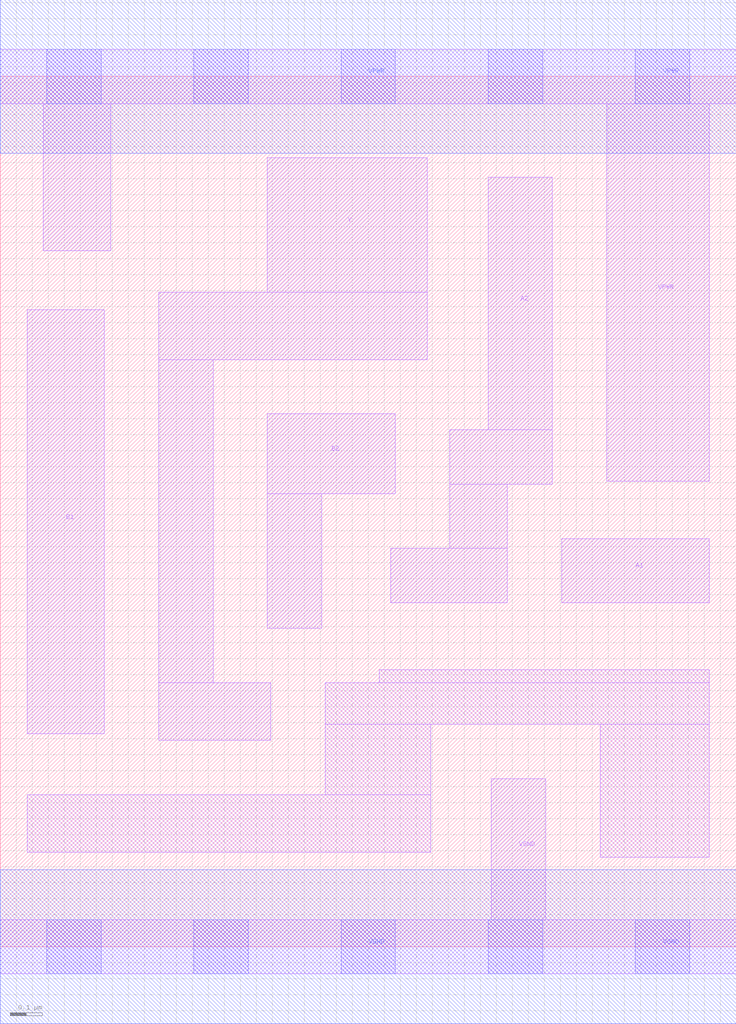
<source format=lef>
# Copyright 2020 The SkyWater PDK Authors
#
# Licensed under the Apache License, Version 2.0 (the "License");
# you may not use this file except in compliance with the License.
# You may obtain a copy of the License at
#
#     https://www.apache.org/licenses/LICENSE-2.0
#
# Unless required by applicable law or agreed to in writing, software
# distributed under the License is distributed on an "AS IS" BASIS,
# WITHOUT WARRANTIES OR CONDITIONS OF ANY KIND, either express or implied.
# See the License for the specific language governing permissions and
# limitations under the License.
#
# SPDX-License-Identifier: Apache-2.0

VERSION 5.7 ;
  NAMESCASESENSITIVE ON ;
  NOWIREEXTENSIONATPIN ON ;
  DIVIDERCHAR "/" ;
  BUSBITCHARS "[]" ;
UNITS
  DATABASE MICRONS 200 ;
END UNITS
MACRO sky130_fd_sc_hd__o22ai_1
  CLASS CORE ;
  SOURCE USER ;
  FOREIGN sky130_fd_sc_hd__o22ai_1 ;
  ORIGIN  0.000000  0.000000 ;
  SIZE  2.300000 BY  2.720000 ;
  SYMMETRY X Y R90 ;
  SITE unithd ;
  PIN A1
    ANTENNAGATEAREA  0.247500 ;
    DIRECTION INPUT ;
    USE SIGNAL ;
    PORT
      LAYER li1 ;
        RECT 1.755000 1.075000 2.215000 1.275000 ;
    END
  END A1
  PIN A2
    ANTENNAGATEAREA  0.247500 ;
    DIRECTION INPUT ;
    USE SIGNAL ;
    PORT
      LAYER li1 ;
        RECT 1.220000 1.075000 1.585000 1.245000 ;
        RECT 1.405000 1.245000 1.585000 1.445000 ;
        RECT 1.405000 1.445000 1.725000 1.615000 ;
        RECT 1.525000 1.615000 1.725000 2.405000 ;
    END
  END A2
  PIN B1
    ANTENNAGATEAREA  0.247500 ;
    DIRECTION INPUT ;
    USE SIGNAL ;
    PORT
      LAYER li1 ;
        RECT 0.085000 0.665000 0.325000 1.990000 ;
    END
  END B1
  PIN B2
    ANTENNAGATEAREA  0.247500 ;
    DIRECTION INPUT ;
    USE SIGNAL ;
    PORT
      LAYER li1 ;
        RECT 0.835000 0.995000 1.005000 1.415000 ;
        RECT 0.835000 1.415000 1.235000 1.665000 ;
    END
  END B2
  PIN Y
    ANTENNADIFFAREA  0.650250 ;
    DIRECTION OUTPUT ;
    USE SIGNAL ;
    PORT
      LAYER li1 ;
        RECT 0.495000 0.645000 0.845000 0.825000 ;
        RECT 0.495000 0.825000 0.665000 1.835000 ;
        RECT 0.495000 1.835000 1.335000 2.045000 ;
        RECT 0.835000 2.045000 1.335000 2.465000 ;
    END
  END Y
  PIN VGND
    DIRECTION INOUT ;
    SHAPE ABUTMENT ;
    USE GROUND ;
    PORT
      LAYER li1 ;
        RECT 0.000000 -0.085000 2.300000 0.085000 ;
        RECT 1.535000  0.085000 1.705000 0.525000 ;
      LAYER mcon ;
        RECT 0.145000 -0.085000 0.315000 0.085000 ;
        RECT 0.605000 -0.085000 0.775000 0.085000 ;
        RECT 1.065000 -0.085000 1.235000 0.085000 ;
        RECT 1.525000 -0.085000 1.695000 0.085000 ;
        RECT 1.985000 -0.085000 2.155000 0.085000 ;
      LAYER met1 ;
        RECT 0.000000 -0.240000 2.300000 0.240000 ;
    END
  END VGND
  PIN VPWR
    DIRECTION INOUT ;
    SHAPE ABUTMENT ;
    USE POWER ;
    PORT
      LAYER li1 ;
        RECT 0.000000 2.635000 2.300000 2.805000 ;
        RECT 0.135000 2.175000 0.345000 2.635000 ;
        RECT 1.895000 1.455000 2.215000 2.635000 ;
      LAYER mcon ;
        RECT 0.145000 2.635000 0.315000 2.805000 ;
        RECT 0.605000 2.635000 0.775000 2.805000 ;
        RECT 1.065000 2.635000 1.235000 2.805000 ;
        RECT 1.525000 2.635000 1.695000 2.805000 ;
        RECT 1.985000 2.635000 2.155000 2.805000 ;
      LAYER met1 ;
        RECT 0.000000 2.480000 2.300000 2.960000 ;
    END
  END VPWR
  OBS
    LAYER li1 ;
      RECT 0.085000 0.295000 1.345000 0.475000 ;
      RECT 1.015000 0.475000 1.345000 0.695000 ;
      RECT 1.015000 0.695000 2.215000 0.825000 ;
      RECT 1.185000 0.825000 2.215000 0.865000 ;
      RECT 1.875000 0.280000 2.215000 0.695000 ;
  END
END sky130_fd_sc_hd__o22ai_1

</source>
